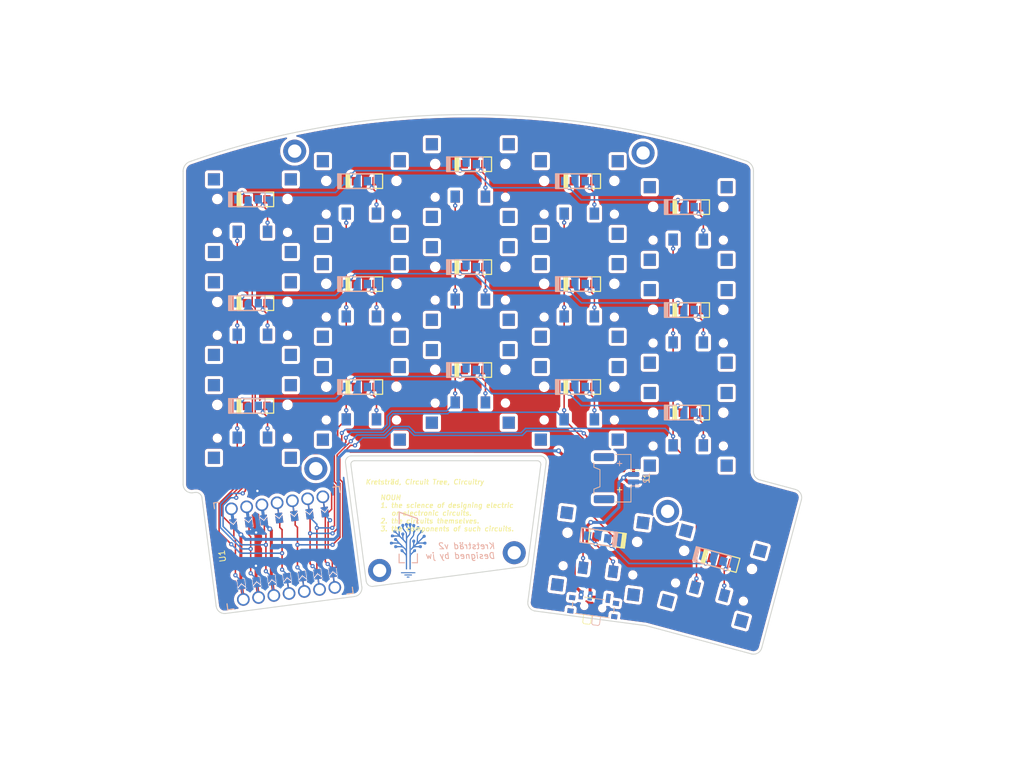
<source format=kicad_pcb>
(kicad_pcb (version 20240108) (generator "pcbnew") (generator_version "8.0")
  (title_block (title "Kretsträd") (company "by JW"))
  (layers (0 "F.Cu" signal) (31 "B.Cu" signal) (34 "B.Paste" user) (35 "F.Paste" user) (36 "B.SilkS" user "B.Silkscreen") (37 "F.SilkS" user "F.Silkscreen") (38 "B.Mask" user) (39 "F.Mask" user) (44 "Edge.Cuts" user))
  (net 0 "")
  (net 1 "row0")
  (net 2 "Net-(D1-A)")
  (net 3 "row1")
  (net 4 "Net-(D2-A)")
  (net 5 "row2")
  (net 6 "Net-(D3-A)")
  (net 7 "row3")
  (net 8 "Net-(D4-A)")
  (net 9 "Net-(D5-A)")
  (net 10 "Net-(D6-A)")
  (net 11 "Net-(D7-A)")
  (net 12 "Net-(D8-A)")
  (net 13 "Net-(D9-A)")
  (net 14 "Net-(D10-A)")
  (net 15 "Net-(D11-A)")
  (net 16 "Net-(D12-A)")
  (net 17 "Net-(D13-A)")
  (net 18 "Net-(D14-A)")
  (net 19 "Net-(D15-A)")
  (net 20 "Net-(D16-A)")
  (net 21 "Net-(D17-A)")
  (net 22 "GND")
  (net 23 "VCC")
  (net 24 "col0")
  (net 25 "col1")
  (net 26 "col2")
  (net 27 "col3")
  (net 28 "col4")
  (net 29 "BT+")
  (net 30 "RAW")
  (footprint "jw_custom_footprints:Diode_SOD123_SMD" (layer "F.Cu") (at 163.05399 79.798281)
    (property "Reference" "D10")
    (property "Value" "D")
  )
  (footprint "jw_custom_footprints:Kailh_PG1316s_reversible" (layer "F.Cu") (at 108.34639 95.208681)
    (property "Reference" "SW12" (hide yes))
    (property "Value" "SW12" (hide yes))
  )
  (footprint "jw_custom_footprints:Diode_SOD123_SMD" (layer "F.Cu") (at 127.05419 72.708281)
    (property "Reference" "D8")
    (property "Value" "D")
  )
  (footprint "MountingHole:MountingHole_2.2mm_M2_ISO14580_Pad" (layer "F.Cu") (at 100.82219 105.995881)
    (property "Reference" "TH3" (hide yes))
    (property "Value" "HOLE")
  )
  (footprint "jw_custom_footprints:Diode_SOD123_SMD" (layer "F.Cu") (at 91.05699 78.665481)
    (property "Reference" "D6")
    (property "Value" "D")
  )
  (footprint "jw_custom_footprints:Kailh_PG1316s_reversible" (layer "F.Cu") (at 126.34619 75.408681)
    (property "Reference" "SW8" (hide yes))
    (property "Value" "SW8" (hide yes))
  )
  (footprint "jw_custom_footprints:Kailh_PG1316s_reversible" (layer "F.Cu") (at 108.34639 78.208681)
    (property "Reference" "SW7" (hide yes))
    (property "Value" "SW7" (hide yes))
  )
  (footprint "jw_custom_footprints:Kailh_PG1316s_reversible" (layer "F.Cu") (at 126.34619 92.408681)
    (property "Reference" "SW13" (hide yes))
    (property "Value" "SW13" (hide yes))
  )
  (footprint "jw_custom_footprints:Diode_SOD123_SMD" (layer "F.Cu") (at 109.05419 92.508281)
    (property "Reference" "D12")
    (property "Value" "D")
  )
  (footprint "jw_custom_footprints:Diode_SOD123_SMD" (layer "F.Cu") (at 109.05419 75.508281)
    (property "Reference" "D7")
    (property "Value" "D")
  )
  (footprint "Button_Switch_SMD:SW_SPDT_PCM12" (layer "F.Cu") (at 146.69459 128.551081 -7.5)
    (property "Reference" "PWR_SW_1" (hide yes))
    (property "Value" "SW_SPDT")
  )
  (footprint "jw_custom_footprints:Kailh_PG1316s_reversible" (layer "F.Cu") (at 108.34639 61.208681)
    (property "Reference" "SW2" (hide yes))
    (property "Value" "SW2" (hide yes))
  )
  (footprint "jw_custom_footprints:Diode_SOD123_SMD" (layer "F.Cu") (at 145.05399 75.508281)
    (property "Reference" "D9")
    (property "Value" "D")
  )
  (footprint "jw_custom_footprints:Kailh_PG1316s_reversible" (layer "F.Cu") (at 90.34659 98.208481)
    (property "Reference" "SW11" (hide yes))
    (property "Value" "SW11" (hide yes))
  )
  (footprint "jw_custom_footprints:Kailh_PG1316s_reversible" (layer "F.Cu") (at 144.34599 61.208481)
    (property "Reference" "SW4" (hide yes))
    (property "Value" "SW4" (hide yes))
  )
  (footprint "jw_custom_footprints:Diode_SOD123_SMD" (layer "F.Cu") (at 163.05399 62.798281)
    (property "Reference" "D5")
    (property "Value" "D")
  )
  (footprint "MountingHole:MountingHole_2.2mm_M2_ISO14580_Pad" (layer "F.Cu") (at 158.93739 113.057081)
    (property "Reference" "TH4" (hide yes))
    (property "Value" "HOLE")
  )
  (footprint "jw_custom_footprints:Diode_SOD123_SMD" (layer "F.Cu") (at 148.768334 117.508785 172.5)
    (property "Reference" "D16")
    (property "Value" "D")
  )
  (footprint "jw_custom_footprints:Kailh_PG1316s_reversible" (layer "F.Cu") (at 126.34619 58.408681)
    (property "Reference" "SW3" (hide yes))
    (property "Value" "SW3" (hide yes))
  )
  (footprint "jw_custom_footprints:Diode_SOD123_SMD" (layer "F.Cu") (at 167.861716 121.253089 -15)
    (property "Reference" "D17")
    (property "Value" "D")
  )
  (footprint "jw_custom_footprints:Diode_SOD123_SMD" (layer "F.Cu") (at 91.05699 95.632681)
    (property "Reference" "D11")
    (property "Value" "D")
  )
  (footprint "jw_custom_footprints:Kailh_PG1316s_reversible" (layer "F.Cu") (at 144.34599 95.208681)
    (property "Reference" "SW14" (hide yes))
    (property "Value" "SW14" (hide yes))
  )
  (footprint "jw_custom_footprints:Kailh_PG1316s_reversible" (layer "F.Cu") (at 144.34599 78.208681)
    (property "Reference" "SW9" (hide yes))
    (property "Value" "SW9" (hide yes))
  )
  (footprint "jw_custom_footprints:Xiao THT jumper pad_hole_1.55mm" (layer "F.Cu") (at 95.259726 119.141085 97.5)
    (property "Reference" "U1")
    (property "Value" "SeeeduinoXIAO")
  )
  (footprint "MountingHole:MountingHole_2.2mm_M2_ISO14580_Pad" (layer "F.Cu") (at 97.3328 53.5432)
    (property "Reference" "TH1" (hide yes))
    (property "Value" "HOLE")
  )
  (footprint "jw_custom_footprints:Diode_SOD123_SMD" (layer "F.Cu") (at 109.05419 58.509081)
    (property "Reference" "D2")
    (property "Value" "D")
  )
  (footprint "jw_custom_footprints:Kailh_PG1316s_reversible" (layer "F.Cu") (at 90.34659 81.208481)
    (property "Reference" "SW6" (hide yes))
    (property "Value" "SW6" (hide yes))
  )
  (footprint "jw_custom_footprints:Diode_SOD123_SMD" (layer "F.Cu") (at 127.05419 89.708281)
    (property "Reference" "D13")
    (property "Value" "D")
  )
  (footprint "jw_custom_footprints:Kailh_PG1316s_reversible" (layer "F.Cu") (at 90.34659 64.208681)
    (property "Reference" "SW1" (hide yes))
    (property "Value" "SW1" (hide yes))
  )
  (footprint "jw_custom_footprints:Diode_SOD123_SMD" (layer "F.Cu") (at 127.05419 55.709081)
    (property "Reference" "D3")
    (property "Value" "D")
  )
  (footprint "Connector_Molex:Molex_Panelmate_53780-0270_1x02-1MP_P1.25mm_Horizontal" (layer "F.Cu") (at 150.50939 107.570681 -90)
    (property "Reference" "J1")
    (property "Value" "Conn_01x02_Female")
  )
  (footprint "jw_custom_footprints:Kailh_PG1316s_reversible" (layer "F.Cu") (at 162.34579 99.498281)
    (property "Reference" "SW15" (hide yes))
    (property "Value" "SW15" (hide yes))
  )
  (footprint "MountingHole:MountingHole_2.2mm_M2_ISO14580_Pad" (layer "F.Cu") (at 154.894 53.848)
    (property "Reference" "TH2" (hide yes))
    (property "Value" "HOLE")
  )
  (footprint "jw_custom_footprints:Kailh_PG1316s_reversible" (layer "F.Cu") (at 166.568974 123.725067 -15)
    (property "Reference" "SW17" (hide yes))
    (property "Value" "SW17" (hide yes))
  )
  (footprint "MountingHole:MountingHole_2.2mm_M2_ISO14580_Pad" (layer "F.Cu") (at 133.604 119.888 7.5)
    (property "Reference" "Batt_Hole_2" (hide yes))
    (property "Value" "HOLE")
  )
  (footprint "jw_custom_footprints:Kailh_PG1316s_reversible" (layer "F.Cu") (at 147.793733 120.065297 -7.5)
    (property "Reference" "SW16" (hide yes))
    (property "Value" "SW16" (hide yes))
  )
  (footprint "jw_custom_footprints:Diode_SOD123_SMD" (layer "F.Cu") (at 145.05399 58.508081)
    (property "Reference" "D4")
    (property "Value" "D")
  )
  (footprint "jw_custom_footprints:Diode_SOD123_SMD" (layer "F.Cu") (at 145.05399 92.508281)
    (property "Reference" "D14")
    (property "Value" "D")
  )
  (footprint "MountingHole:MountingHole_2.2mm_M2_ISO14580_Pad" (layer "F.Cu") (at 111.363786 122.81598 7.5)
    (property "Reference" "Batt_Hole_1" (hide yes))
    (property "Value" "HOLE")
  )
  (footprint "jw_custom_footprints:Diode_SOD123_SMD" (layer "F.Cu") (at 163.05399 96.742281)
    (property "Reference" "D15")
    (property "Value" "D")
  )
  (footprint "jw_custom_footprints:Diode_SOD123_SMD" (layer "F.Cu") (at 91.05699 61.509081)
    (property "Reference" "D1")
    (property "Value" "D")
  )
  (footprint "jw_custom_footprints:Kailh_PG1316s_reversible" (layer "F.Cu") (at 162.34579 65.498281)
    (property "Reference" "SW5" (hide yes))
    (property "Value" "SW5" (hide yes))
  )
  (footprint "jw_custom_footprints:Kailh_PG1316s_reversible" (layer "F.Cu") (at 162.34579 82.498281)
    (property "Reference" "SW10" (hide yes))
    (property "Value" "SW10" (hide yes))
  )
  (footprint "jw_custom_footprints:Diode_SOD123_SMD" (layer "B.Cu") (at 107.65299 92.508281)
    (property "Reference" "Da12")
    (property "Value" "D")
  )
  (footprint "jw_custom_footprints:Diode_SOD123_SMD" (layer "B.Cu") (at 161.62599 79.798281)
    (property "Reference" "Da10")
    (property "Value" "D")
  )
  (footprint "jw_custom_footprints:Diode_SOD123_SMD" (layer "B.Cu") (at 161.62599 96.742281)
    (property "Reference" "Da15")
    (property "Value" "D")
  )
  (footprint "jw_custom_footprints:Diode_SOD123_SMD" (layer "B.Cu") (at 125.64359 55.709081)
    (property "Reference" "Da3")
    (property "Value" "D")
  )
  (footprint "jw_custom_footprints:Diode_SOD123_SMD" (layer "B.Cu") (at 143.63079 75.508281)
    (property "Reference" "Da9")
    (property "Value" "D")
  )
  (footprint "jw_custom_footprints:Diode_SOD123_SMD" (layer "B.Cu") (at 89.63419 78.665481)
    (property "Reference" "Da6")
    (property "Value" "D")
  )
  (footprint "jw_custom_image:circuit_tree_f.cu_3_10mm" (layer "B.Cu") (at 115.829397 118.3894 180)
    (property "Reference" "G***")
    (property "Value" "circuit_tree_f.cu_3_10mm" (hide yes))
  )
  (footprint "Button_Switch_SMD:SW_SPDT_PCM12" (layer "B.Cu") (at 146.69459 128.551081 172.5)
    (property "Reference" "PWR_SW_2" (hide yes))
    (property "Value" "SW_SPDT")
  )
  (footprint "jw_custom_footprints:Diode_SOD123_SMD" (layer "B.Cu") (at 125.64359 72.708281)
    (property "Reference" "Da8")
    (property "Value" "D")
  )
  (footprint "jw_custom_footprints:Diode_SOD123_SMD" (layer "B.Cu") (at 143.63079 58.508081)
    (property "Reference" "Da4")
    (property "Value" "D")
  )
  (footprint "jw_custom_footprints:Diode_SOD123_SMD" (layer "B.Cu") (at 125.64359 89.708281)
    (property "Reference" "Da13")
    (property "Value" "D")
  )
  (footprint "jw_custom_footprints:Diode_SOD123_SMD" (layer "B.Cu") (at 143.63079 92.508281)
    (property "Reference" "Da14")
    (property "Value" "D")
  )
  (footprint "Connector_Molex:Molex_Panelmate_53780-0270_1x02-1MP_P1.25mm_Horizontal" (layer "B.Cu") (at 150.50939 107.570681 90)
    (property "Reference" "J2")
    (property "Value" "Conn_01x02_Female")
  )
  (footprint "jw_custom_footprints:Diode_SOD123_SMD" (layer "B.Cu") (at 147.364046 117.317577 172.5)
    (property "Reference" "Da16")
    (property "Value" "D")
  )
  (footprint "jw_custom_footprints:Diode_SOD123_SMD" (layer "B.Cu") (at 107.65299 75.508281)
    (property "Reference" "Da7")
    (property "Value" "D")
  )
  (footprint "jw_custom_footprints:Diode_SOD123_SMD" (layer "B.Cu") (at 89.63419 95.632681)
    (property "Reference" "Da11")
    (property "Value" "D")
  )
  (footprint "jw_custom_footprints:Diode_SOD123_SMD" (layer "B.Cu") (at 89.63419 61.509081)
    (property "Reference" "Da1")
    (property "Value" "D")
  )
  (footprint "jw_custom_footprints:Diode_SOD123_SMD" (layer "B.Cu") (at 107.65299 58.509081)
    (property "Reference" "Da2")
    (property "Value" "D")
  )
  (footprint "jw_custom_footprints:Diode_SOD123_SMD" (layer "B.Cu") (at 166.472264 120.888473 -15)
    (property "Reference" "Da17")
    (property "Value" "D")
  )
  (footprint "jw_custom_footprints:Diode_SOD123_SMD" (layer "B.Cu") (at 161.62599 62.798281)
    (property "Reference" "Da5")
    (property "Value" "D")
  )
  (gr_arc (start 108.426587 125.548064) (mid 108.149197 126.582982) (end 107.221283 127.118683) (stroke (width 0.15)) (layer "Edge.Cuts"))
  (gr_arc (start 135.886464 121.326406) (mid 135.602088 121.902885) (end 135.025567 122.187162) (stroke (width 0.15)) (layer "Edge.Cuts"))
  (gr_line (start 137.057564 129.52277) (end 155.252729 131.918209) (stroke (width 0.15)) (layer "Edge.Cuts"))
  (gr_line (start 173.128112 56.858591) (end 173.128112 106.502087) (stroke (width 0.15)) (layer "Edge.Cuts"))
  (gr_line (start 80.886919 109.929828) (end 80.487185 109.982454) (stroke (width 0.15)) (layer "Edge.Cuts"))
  (gr_line (start 155.432339 131.953936) (end 172.77345 136.600472) (stroke (width 0.15)) (layer "Edge.Cuts"))
  (gr_arc (start 171.8564 55.1434) (mid 172.77909 55.788325) (end 173.128112 56.858591) (stroke (width 0.15)) (layer "Edge.Cuts"))
  (gr_line (start 107.211769 104.686) (end 137.395718 104.686) (stroke (width 0.15)) (layer "Edge.Cuts"))
  (gr_arc (start 155.252729 131.918209) (mid 155.343119 131.933132) (end 155.432339 131.953936) (stroke (width 0.15)) (layer "Edge.Cuts"))
  (gr_line (start 181.043189 111.14657) (end 174.488093 135.610523) (stroke (width 0.15)) (layer "Edge.Cuts"))
  (gr_line (start 82.008945 110.791165) (end 84.361052 128.715613) (stroke (width 0.15)) (layer "Edge.Cuts"))
  (gr_line (start 110.269384 125.446376) (end 135.025567 122.187162) (stroke (width 0.15)) (layer "Edge.Cuts"))
  (gr_arc (start 80.886919 109.929828) (mid 81.626352 110.128081) (end 82.008945 110.791165) (stroke (width 0.15)) (layer "Edge.Cuts"))
  (gr_arc (start 105.725668 105.016526) (mid 105.965272 104.226649) (end 106.717112 103.886) (stroke (width 0.15)) (layer "Edge.Cuts"))
  (gr_arc (start 80.164858 55.2196) (mid 126.004242 47.495858) (end 171.8564 55.1434) (stroke (width 0.15)) (layer "Edge.Cuts"))
  (gr_line (start 109.147413 124.585457) (end 106.616902 105.364316) (stroke (width 0.15)) (layer "Edge.Cuts"))
  (gr_line (start 106.717112 103.886) (end 137.880093 103.888558) (stroke (width 0.15)) (layer "Edge.Cuts"))
  (gr_line (start 137.990572 105.364414) (end 135.886464 121.326406) (stroke (width 0.15)) (layer "Edge.Cuts"))
  (gr_line (start 105.725668 105.016526) (end 108.426587 125.548064) (stroke (width 0.15)) (layer "Edge.Cuts"))
  (gr_arc (start 174.165765 107.854383) (mid 173.417407 107.354356) (end 173.128112 106.502087) (stroke (width 0.15)) (layer "Edge.Cuts"))
  (gr_arc (start 137.880093 103.888558) (mid 138.631878 104.229243) (end 138.871456 105.019084) (stroke (width 0.15)) (layer "Edge.Cuts"))
  (gr_arc (start 137.395718 104.686) (mid 137.846855 104.89043) (end 137.990572 105.364414) (stroke (width 0.15)) (layer "Edge.Cuts"))
  (gr_arc (start 137.057564 129.52277) (mid 136.129606 128.987013) (end 135.852279 127.95201) (stroke (width 0.15)) (layer "Edge.Cuts"))
  (gr_line (start 78.904448 56.858591) (end 78.904448 108.594431) (stroke (width 0.15)) (layer "Edge.Cuts"))
  (gr_line (start 138.871456 105.019084) (end 135.852279 127.95201) (stroke (width 0.15)) (layer "Edge.Cuts"))
  (gr_line (start 85.931889 129.921485) (end 107.221283 127.118683) (stroke (width 0.15)) (layer "Edge.Cuts"))
  (gr_arc (start 110.269384 125.446376) (mid 109.530096 125.248284) (end 109.147413 124.585457) (stroke (width 0.15)) (layer "Edge.Cuts"))
  (gr_arc (start 80.487185 109.982454) (mid 79.381364 109.647007) (end 78.904448 108.594431) (stroke (width 0.15)) (layer "Edge.Cuts"))
  (gr_arc (start 78.904448 56.858591) (mid 79.253843 55.823144) (end 80.164858 55.2196) (stroke (width 0.15)) (layer "Edge.Cuts"))
  (gr_arc (start 174.488093 135.610523) (mid 173.835801 136.460624) (end 172.77345 136.600472) (stroke (width 0.15)) (layer "Edge.Cuts"))
  (gr_line (start 174.165765 107.854383) (end 180.05324 109.431926) (stroke (width 0.15)) (layer "Edge.Cuts"))
  (gr_arc (start 106.616902 105.364316) (mid 106.760664 104.890382) (end 107.211769 104.686) (stroke (width 0.15)) (layer "Edge.Cuts"))
  (gr_arc (start 85.931889 129.921485) (mid 84.896692 129.643954) (end 84.361052 128.715613) (stroke (width 0.15)) (layer "Edge.Cuts"))
  (gr_arc (start 180.05324 109.431926) (mid 180.903321 110.084222) (end 181.043189 111.14657) (stroke (width 0.15)) (layer "Edge.Cuts"))
  (gr_text "Kretsträd v2\nDesigned by jw" (at 130.556 119.5832 0) (layer "B.SilkS") (effects (font (size 1 1) (thickness 0.15) (italic yes)) (justify left mirror)))
  (gr_text "+" (at 151.003 105.22 180) (layer "B.SilkS") (effects (font (size 1 1))))
  (gr_text "Kretsträd, Circuit Tree, Circuitry\n\n    NOUN\n    1. the science of designing electric \n       or electronic circuits.\n    2. the circuits themselves.\n    3. the components of such circuits." (at 108.966 112.0648 0) (layer "F.SilkS") (effects (font (size 0.8 0.8) (thickness 0.15) (italic yes)) (justify left)))
  (gr_text "+" (at 151.003 109.411 0) (layer "F.SilkS") (effects (font (size 1 1)) (justify mirror)))
  (segment (start 106.63879 57.431081) (end 106.63879 57.793681) (width 0.25) (layer "F.Cu") (net 1))
  (segment (start 124.64739 56.415881) (end 125.35419 55.709081) (width 0.25) (layer "F.Cu") (net 1))
  (segment (start 88.753284 110.081375) (end 89.19659 109.638069) (width 0.25) (layer "F.Cu") (net 1))
  (segment (start 89.35699 61.155081) (end 89.35699 61.509081) (width 0.25) (layer "F.Cu") (net 1))
  (segment (start 90.059735 123.272995) (end 90.060235 123.273495) (width 0.25) (layer "F.Cu") (net 1))
  (segment (start 124.64739 56.770681) (end 124.64739 56.415881) (width 0.25) (layer "F.Cu") (net 1))
  (segment (start 90.059735 119.254681) (end 90.060235 119.254181) (width 0.25) (layer "F.Cu") (net 1))
  (segment (start 160.63919 62.083481) (end 161.35399 62.798281) (width 0.25) (layer "F.Cu") (net 1))
  (segment (start 142.65599 59.590081) (end 142.65599 59.206081) (width 0.25) (layer "F.Cu") (net 1))
  (segment (start 90.060235 117.235541) (end 89.790347 116.965653) (width 0.25) (layer "F.Cu") (net 1))
  (segment (start 90.31759 78.990685) (end 90.31759 62.469681) (width 0.25) (layer "F.Cu") (net 1))
  (segment (start 88.64289 60.440981) (end 89.35699 61.155081) (width 0.25) (layer "F.Cu") (net 1))
  (segment (start 90.80739 79.480485) (end 90.31759 78.990685) (width 0.25) (layer "F.Cu") (net 1))
  (segment (start 90.059735 119.254681) (end 90.059735 123.272995) (width 0.25) (layer "F.Cu") (net 1))
  (segment (start 90.31759 62.469681) (end 89.35699 61.509081) (width 0.25) (layer "F.Cu") (net 1))
  (segment (start 89.790347 115.407106) (end 89.8039 115.393553) (width 0.25) (layer "F.Cu") (net 1))
  (segment (start 160.63919 61.596681) (end 160.63919 62.083481) (width 0.25) (layer "F.Cu") (net 1))
  (segment (start 142.65599 59.206081) (end 143.35399 58.508081) (width 0.25) (layer "F.Cu") (net 1))
  (segment (start 90.80739 101.595473) (end 90.80739 79.480485) (width 0.25) (layer "F.Cu") (net 1))
  (segment (start 106.63879 57.793681) (end 107.35419 58.509081) (width 0.25) (layer "F.Cu") (net 1))
  (segment (start 90.060235 119.254181) (end 90.060235 117.235541) (width 0.25) (layer "F.Cu") (net 1))
  (segment (start 89.19659 103.206273) (end 90.80739 101.595473) (width 0.25) (layer "F.Cu") (net 1))
  (segment (start 89.790347 116.965653) (end 89.790347 115.407106) (width 0.25) (layer "F.Cu") (net 1))
  (segment (start 89.19659 109.638069) (end 89.19659 103.206273) (width 0.25) (layer "F.Cu") (net 1))
  (via (at 88.64289 60.440981) (size 0.7) (drill 0.3) (layers "F.Cu" "B.Cu") (net 1))
  (via (at 160.63919 61.596681) (size 0.7) (drill 0.3) (layers "F.Cu" "B.Cu") (net 1))
  (via (at 124.64739 56.770681) (size 0.7) (drill 0.3) (layers "F.Cu" "B.Cu") (net 1))
  (via (at 88.753284 110.081375) (size 0.7) (drill 0.3) (layers "F.Cu" "B.Cu") (net 1))
  (via (at 142.65599 59.590081) (size 0.7) (drill 0.3) (layers "F.Cu" "B.Cu") (net 1))
  (via (at 90.060235 123.273495) (size 0.7) (drill 0.3) (layers "F.Cu" "B.Cu") (net 1))
  (via (at 106.63879 57.431081) (size 0.7) (drill 0.3) (layers "F.Cu" "B.Cu") (net 1))
  (via (at 90.059735 119.254681) (size 0.7) (drill 0.3) (layers "F.Cu" "B.Cu") (net 1))
  (segment (start 88.64289 60.440981) (end 87.93419 61.149681) (width 0.25) (layer "B.Cu") (net 1))
  (segment (start 85.053884 111.879609) (end 85.053884 115.730571) (width 0.25) (layer "B.Cu") (net 1))
  (segment (start 144.66259 61.596681) (end 142.65599 59.590081) (width 0.25) (layer "B.Cu") (net 1))
  (segment (start 106.63879 57.431081) (end 107.29919 56.770681) (width 0.25) (layer "B.Cu") (net 1))
  (segment (start 85.053884 115.730571) (end 88.577994 119.254681) (width 0.25) (layer "B.Cu") (net 1))
  (segment (start 141.93079 58.508081) (end 142.65599 59.233281) (width 0.25) (layer "B.Cu") (net 1))
  (segment (start 88.64289 60.440981) (end 88.70639 60.377481) (width 0.25) (layer "B.Cu") (net 1))
  (segment (start 160.63919 61.596681) (end 160.63919 62.085081) (width 0.25) (layer "B.Cu") (net 1))
  (segment (start 90.060235 123.273495) (end 90.959735 124.172995) (width 0.25) (layer "B.Cu") (net 1))
  (segment (start 107.29919 56.770681) (end 124.64739 56.770681) (width 0.25) (layer "B.Cu") (net 1))
  (segment (start 87.93419 61.149681) (end 87.93419 61.509081) (width 0.25) (layer "B.Cu") (net 1))
  (segment (start 105.95299 58.509081) (end 106.63879 57.823281) (width 0.25) (layer "B.Cu") (net 1))
  (segment (start 88.753284 110.081375) (end 86.852118 110.081375) (width 0.25) (layer "B.Cu") (net 1))
  (segment (start 104.08459 60.377481) (end 105.95299 58.509081) (width 0.25) (layer "B.Cu") (net 1))
  (segment (start 142.65599 59.233281) (end 142.65599 59.590081) (width 0.25) (layer "B.Cu") (net 1))
  (segment (start 86.852118 110.081375) (end 85.053884 111.879609) (width 0.25) (layer "B.Cu") (net 1))
  (segment (start 124.64739 56.412881) (end 124.64739 56.770681) (width 0.25) (layer "B.Cu") (net 1))
  (segment (start 142.65599 59.590081) (end 129.90519 59.590081) (width 0.25) (layer "B.Cu") (net 1))
  (segment (start 160.63919 62.085081) (end 159.92599 62.798281) (width 0.25) (layer "B.Cu") (net 1))
  (segment (start 160.63919 61.596681) (end 144.66259 61.596681) (width 0.25) (layer "B.Cu") (net 1))
  (segment (start 88.70639 60.377481) (end 104.08459 60.377481) (width 0.25) (layer "B.Cu") (net 1))
  (segment (start 88.577994 119.254681) (end 90.059735 119.254681) (width 0.25) (layer "B.Cu") (net 1))
  (segment (start 127.08579 56.770681) (end 124.64739 56.770681) (width 0.25) (layer "B.Cu") (net 1))
  (segment (start 123.94359 55.709081) (end 124.64739 56.412881) (width 0.25) (layer "B.Cu") (net 1))
  (segment (start 129.90519 59.590081) (end 127.08579 56.770681) (width 0.25) (layer "B.Cu") (net 1))
  (segment (start 106.63879 57.823281) (end 106.63879 57.431081) (width 0.25) (layer "B.Cu") (net 1))
  (segment (start 92.84659 63.323881) (end 92.84659 65.355881) (width 0.25) (layer "F.Cu") (net 2))
  (segment (start 92.84659 66.858681) (end 92.84659 65.355881) (width 0.25) (layer "F.Cu") (net 2))
  (segment (start 92.05919 62.536481) (end 92.05919 62.206881) (width 0.25) (layer "F.Cu") (net 2))
  (segment (start 92.05919 62.536481) (end 92.84659 63.323881) (width 0.25) (layer "F.Cu") (net 2))
  (segment (start 92.05919 62.206881) (end 92.75699 61.509081) (width 0.25) (layer "F.Cu") (net 2))
  (via (at 92.84659 65.355881) (size 0.7) (drill 0.3) (layers "F.Cu" "B.Cu") (net 2))
  (via (at 92.05919 62.536481) (size 0.7) (drill 0.3) (layers "F.Cu" "B.Cu") (net 2))
  (segment (start 92.05919 62.234081) (end 91.33419 61.509081) (width 0.25) (layer "B.Cu") (net 2))
  (segment (start 92.84659 66.858681) (end 92.84659 65.355881) (width 0.25) (layer "B.Cu") (net 2))
  (segment (start 92.05919 62.536481) (end 92.05919 62.234081) (width 0.25) (layer "B.Cu") (net 2))
  (segment (start 142.65599 76.582681) (end 142.65599 76.206281) (width 0.25) (layer "F.Cu") (net 3))
  (segment (start 124.64739 73.415081) (end 125.35419 72.708281) (width 0.25) (layer "F.Cu") (net 3))
  (segment (start 90.35739 79.666881) (end 89.35599 78.665481) (width 0.25) (layer "F.Cu") (net 3))
  (segment (start 160.63919 78.614681) (end 160.63919 79.083481) (width 0.25) (layer "F.Cu") (net 3))
  (segment (start 92.322169 116.502969) (end 92.322169 115.062016) (width 0.25) (layer "F.Cu") (net 3))
  (segment (start 160.63919 79.083481) (end 161.35399 79.798281) (width 0.25) (layer "F.Cu") (net 3))
  (segment (start 92.578005 116.759805) (end 92.578505 116.759305) (width 0.25) (layer "F.Cu") (net 3))
  (segment (start 88.74659 103.019877) (end 90.35739 101.409077) (width 0.25) (layer "F.Cu") (net 3))
  (segment (start 106.63879 74.449081) (end 106.63879 74.792881) (width 0.25) (layer "F.Cu") (net 3))
  (segment (start 92.578505 116.759305) (end 92.322169 116.502969) (width 0.25) (layer "F.Cu") (net 3))
  (segment (start 106.63879 74.792881) (end 107.35419 75.508281) (width 0.25) (layer "F.Cu") (net 3))
  (segment (start 142.65599 76.206281) (end 143.35399 75.508281) (width 0.25) (layer "F.Cu") (net 3))
  (segment (start 88.65559 77.964081) (end 89.35699 78.665481) (width 0.25) (layer "F.Cu") (net 3))
  (segment (start 124.64739 73.788681) (end 124.64739 73.415081) (width 0.25) (layer "F.Cu") (net 3))
  (segment (start 92.578505 118.580381) (end 92.578505 122.936) (width 0.25) (layer "F.Cu") (net 3))
  (segment (start 87.672388 110.207675) (end 88.74659 109.133473) (width 0.25) (layer "F.Cu") (net 3))
  (segment (start 87.672388 110.803879) (end 87.672388 110.207675) (width 0.25) (layer "F.Cu") (net 3))
  (segment (start 88.74659 109.133473) (end 88.74659 103.019877) (width 0.25) (layer "F.Cu") (net 3))
  (segment (start 88.65559 77.598681) (end 88.65559 77.964081) (width 0.25) (layer "F.Cu") (net 3))
  (segment (start 92.578005 118.579881) (end 92.578505 118.580381) (width 0.25) (layer "F.Cu") (net 3))
  (segment (start 92.578005 118.579881) (end 92.578005 116.759805) (width 0.25) (layer "F.Cu") (net 3))
  (segment (start 90.35739 101.409077) (end 90.35739 79.666881) (width 0.25) (layer "F.Cu") (net 3))
  (via (at 142.65599 76.582681) (size 0.7) (drill 0.3) (layers "F.Cu" "B.Cu") (net 3))
  (via (at 106.63879 74.449081) (size 0.7) (drill 0.3) (layers "F.Cu" "B.Cu") (net 3))
  (via (at 87.672388 110.803879) (size 0.7) (drill 0.3) (layers "F.Cu" "B.Cu") (net 3))
  (via (at 88.65559 77.598681) (size 0.7) (drill 0.3) (layers "F.Cu" "B.Cu") (net 3))
  (via (at 124.64739 73.788681) (size 0.7) (drill 0.3) (layers "F.Cu" "B.Cu") (net 3))
  (via (at 92.578505 122.936) (size 0.7) (drill 0.3) (layers "F.Cu" "B.Cu") (net 3))
  (via (at 160.63919 78.614681) (size 0.7) (drill 0.3) (layers "F.Cu" "B.Cu") (net 3))
  (via (at 92.578005 118.579881) (size 0.7) (drill 0.3) (layers "F.Cu" "B.Cu") (net 3))
  (segment (start 104.09119 77.370081) (end 105.95299 75.508281) (width 0.25) (layer "B.Cu") (net 3))
  (segment (start 124.64739 73.412081) (end 124.64739 73.788681) (width 0.25) (layer "B.Cu") (net 3))
  (segment (start 160.63919 78.614681) (end 160.63919 79.085081) (width 0.25) (layer "B.Cu") (net 3))
  (segment (start 86.76601 110.803879) (end 87.672388 110.803879) (width 0.25) (layer "B.Cu") (net 3))
  (segment (start 92.578505 122.941959) (end 93.478005 123.841459) (width 0.25) (layer "B.Cu") (net 3))
  (segment (start 92.578005 118.579881) (end 88.53959 118.579881) (width 0.25) (layer "B.Cu") (net 3))
  (segment (start 106.63879 74.822481) (end 106.63879 74.449081) (width 0.25) (layer "B.Cu") (net 3))
  (segment (start 129.85439 76.582681) (end 127.06039 73.788681) (width 0.25) (layer "B.Cu") (net 3))
  (segment (start 88.53959 118.579881) (end 85.503884 115.544175) (width 0.25) (layer "B.Cu") (net 3))
  (segment (start 142.65599 76.582681) (end 129.85439 76.582681) (width 0.25) (layer "B.Cu") (net 3))
  (segment (start 106.63879 74.449081) (end 107.29919 73.788681) (width 0.25) (layer "B.Cu") (net 3))
  (segment (start 144.68799 78.614681) (end 142.65599 76.582681) (width 0.25) (layer "B.Cu") (net 3))
  (segment (start 107.29919 73.788681) (end 124.64739 73.788681) (width 0.25) (layer "B.Cu") (net 3))
  (segment (start 127.06039 73.788681) (end 124.64739 73.788681) (width 0.25) (layer "B.Cu") (net 3))
  (segment (start 88.65559 77.598681) (end 88.88419 77.370081) (width 0.25) (layer "B.Cu") (net 3))
  (segment (start 105.95299 75.508281) (end 106.63879 74.822481) (width 0.25) (layer "B.Cu") (net 3))
  (segment (start 88.65559 77.944081) (end 87.93419 78.665481) (width 0.25) (layer "B.Cu") (net 3))
  (segment (start 92.578505 122.936) (end 92.578505 122.941959) (width 0.25) (layer "B.Cu") (net 3))
  (segment (start 88.65559 77.598681) (end 88.65559 77.944081) (width 0.25) (layer "B.Cu") (net 3))
  (segment (start 160.63919 78.614681) (end 144.68799 78.614681) (width 0.25) (layer "B.Cu") (net 3))
  (segment (start 123.94359 72.708281) (end 124.64739 73.412081) (width 0.25) (layer "B.Cu") (net 3))
  (segment (start 85.503884 112.066005) (end 86.76601 110.803879) (width 0.25) (layer "B.Cu") (net 3))
  (segment (start 88.88419 77.370081) (end 104.09119 77.370081) (width 0.25) (layer "B.Cu") (net 3))
  (segment (start 85.503884 115.544175) (end 85.503884 112.066005) (width 0.25) (layer "B.Cu") (net 3))
  (segment (start 160.63919 79.085081) (end 159.92599 79.798281) (width 0.25) (layer "B.Cu") (net 3))
  (segment (start 142.65599 76.233481) (end 142.65599 76.582681) (width 0.25) (layer "B.Cu") (net 3))
  (segment (start 141.93079 75.508281) (end 142.65599 76.233481) (width 0.25) (layer "B.Cu") (net 3))
  (segment (start 110.06779 59.564681) (end 110.06779 59.195481) (width 0.25) (layer "F.Cu") (net 4))
  (segment (start 110.84639 60.343281) (end 110.06779 59.564681) (width 0.25) (layer "F.Cu") (net 4))
  (segment (start 110.06779 59.195481) (end 110.75419 58.509081) (width 0.25) (layer "F.Cu") (net 4))
  (segment (start 110.84639 63.858681) (end 110.84639 62.358681) (width 0.25) (layer "F.Cu") (net 4))
  (segment (start 110.84639 62.358681) (end 110.84639 60.343281) (width 0.25) (layer "F.Cu") (net 4))
  (via (at 110.06779 59.564681) (size 0.7) (drill 0.3) (layers "F.Cu" "B.Cu") (net 4))
  (via (at 110.84639 62.358681) (size 0.7) (drill 0.3) (layers "F.Cu" "B.Cu") (net 4))
  (segment (start 110.84639 63.858681) (end 110.84639 62.358681) (width 0.25) (layer "B.Cu") (net 4))
  (segment (start 109.35299 58.509081) (end 110.06779 59.223881) (width 0.25) (layer "B.Cu") (net 4))
  (segment (start 110.06779 59.223881) (end 110.06779 59.564681) (width 0.25) (layer "B.Cu") (net 4))
  (segment (start 88.29659 102.833481) (end 89.35599 101.774081) (width 0.25) (layer "F.Cu") (net 5))
  (segment (start 160.61379 96.002081) (end 161.35399 96.742281) (width 0.25) (layer "F.Cu") (net 5))
  (segment (start 85.29559 113.735049) (end 85.29559 111.948077) (width 0.25) (layer "F.Cu") (net 5))
  (segment (start 87.541965 117.633056) (end 87.28563 117.376721) (width 0.25) (layer "F.Cu") (net 5))
  (segment (start 87.28563 115.725089) (end 85.29559 113.735049) (width 0.25) (layer "F.Cu") (net 5))
  (segment (start 160.61379 95.581881) (end 160.61379 96.002081) (width 0.25) (layer "F.Cu") (net 5))
  (segment (start 88.29659 108.947077) (end 88.29659 102.833481) (width 0.25) (layer "F.Cu") (net 5))
  (segment (start 89.35599 101.774081) (end 89.35599 95.632681) (width 0.25) (layer "F.Cu") (net 5))
  (segment (start 88.65559 94.931281) (end 89.35699 95.632681) (width 0.25) (layer "F.Cu") (net 5))
  (segment (start 142.65599 93.600681) (end 142.65599 93.206281) (width 0.25) (layer "F.Cu") (net 5))
  (segment (start 87.541965 123.605032) (end 87.541965 117.633056) (width 0.25) (layer "F.Cu") (net 5))
  (segment (start 88.65559 94.591281) (end 88.65559 94.931281) (width 0.25) (layer "F.Cu") (net 5))
  (segment (start 85.29559 111.948077) (end 88.29659 108.947077) (width 0.25) (layer "F.Cu") (net 5))
  (segment (start 106.63879 91.792881) (end 107.35419 92.508281) (width 0.25) (layer "F.Cu") (net 5))
  (segment (start 87.28563 117.376721) (end 87.28563 115.725089) (width 0.25) (layer "F.Cu") (net 5))
  (segment (start 106.63879 91.441681) (end 106.63879 91.792881) (width 0.25) (layer "F.Cu") (net 5))
  (segment (start 142.65599 93.206281) (end 143.35399 92.508281) (width 0.25) (layer "F.Cu") (net 5))
  (segment (start 124.64739 90.781281) (end 124.64739 90.415081) (width 0.25) (layer "F.Cu") (net 5))
  (segment (start 124.64739 90.415081) (end 125.35419 89.708281) (width 0.25) (layer "F.Cu") (net 5))
  (via (at 124.64739 90.781281) (size 0.7) (drill 0.3) (layers "F.Cu" "B.Cu") (net 5))
  (via (at 88.65559 94.591281) (size 0.7) (drill 0.3) (layers "F.Cu" "B.Cu") (net 5))
  (via (at 160.61379 95.581881) (size 0.7) (drill 0.3) (layers "F.Cu" "B.Cu") (net 5))
  (via (at 106.63879 91.441681) (size 0.7) (drill 0.3) (layers "F.Cu" "B.Cu") (net 5))
  (via (at 142.65599 93.600681) (size 0.7) (drill 0.3) (layers "F.Cu" "B.Cu") (net 5))
  (via (at 87.541965 123.605032) (size 0.7) (drill 0.3) (layers "F.Cu" "B.Cu") (net 5))
  (segment (start 142.65599 93.600681) (end 129.851585 93.600681) (width 0.25) (layer "B.Cu") (net 5))
  (segment (start 160.61379 96.054481) (end 160.61379 95.581881) (width 0.25) (layer "B.Cu") (net 5))
  (segment (start 88.83339 94.413481) (end 104.04779 94.413481) (width 0.25) (layer "B.Cu") (net 5))
  (segment (start 144.63719 95.581881) (end 160.61379 95.581881) (width 0.25) (layer "B.Cu") (net 5))
  (segment (start 105.95299 92.508281) (end 106.63879 91.822481) (width 0.25) (layer "B.Cu") (net 5))
  (segment (start 88.65559 94.591281) (end 88.83339 94.413481) (width 0.25) (layer "B.Cu") (net 5))
  (segment (start 127.032185 90.781281) (end 124.64739 90.781281) (width 0.25) (layer "B.Cu") (net 5))
  (segment (start 106.63879 91.822481) (end 106.63879 91.441681) (width 0.25) (layer "B.Cu") (net 5))
  (segment (start 87.93419 95.632681) (end 88.65559 94.911281) (width 0.25) (layer "B.Cu") (net 5))
  (segment (start 104.04779 94.413481) (end 105.95299 92.508281) (width 0.25) (layer "B.Cu") (net 5))
  (segment (start 88.65559 94.911281) (end 88.65559 94.591281) (width 0.25) (layer "B.Cu") (net 5))
  (segment (start 142.65599 93.600681) (end 144.63719 95.581881) (width 0.25) (layer "B.Cu") (net 5))
  (segment (start 123.94359 89.708281) (end 124.64739 90.412081) (width 0.25) (layer "B.Cu") (net 5))
  (segment (start 87.541965 123.605032) (end 88.441465 124.504532) (width 0.25) (layer "B.Cu") (net 5))
  (segment (start 129.851585 93.600681) (end 127.032185 90.781281) (width 0.25) (layer "B.Cu") (net 5))
  (segment (start 159.92599 96.742281) (end 160.61379 96.054481) (width 0.25) (layer "B.Cu") (net 5))
  (segment (start 106.63879 91.441681) (end 107.29919 90.781281) (width 0.25) (layer "B.Cu") (net 5))
  (segment (start 142.65599 93.233481) (end 142.65599 93.600681) (width 0.25) (layer "B.Cu") (net 5))
  (segment (start 124.64739 90.412081) (end 124.64739 90.781281) (width 0.25) (layer "B.Cu") (net 5))
  (segment (start 107.29919 90.781281) (end 124.64739 90.781281) (width 0.25) (layer "B.Cu") (net 5))
  (segment (start 141.93079 92.508281) (end 142.65599 93.233481) (width 0.25) (layer "B.Cu") (net 5))
  (segment (start 128.84619 59.564681) (end 128.84619 57.551085) (width 0.25) (layer "F.Cu") (net 6))
  (segment (start 128.071088 56.775983) (end 128.071088 56.392183) (width 0.25) (layer "F.Cu") (net 6))
  (segment (start 128.84619 61.058681) (end 128.84619 59.564681) (width 0.25) (layer "F.Cu") (net 6))
  (segment (start 128.071088 56.392183) (end 128.75419 55.709081) (width 0.25) (layer "F.Cu") (net 6))
  (segment (start 128.84619 55.801081) (end 128.75419 55.709081) (width 0.25) (layer "F.Cu") (net 6))
  (segment (start 128.84619 57.551085) (end 128.071088 56.775983) (width 0.25) (layer "F.Cu") (net 6))
  (via (at 128.071088 56.775983) (size 0.7) (drill 0.3) (layers "F.Cu" "B.Cu") (net 6))
  (via (at 128.84619 59.564681) (size 0.7) (drill 0.3) (layers "F.Cu" "B.Cu") (net 6))
  (segment (start 128.071088 56.775983) (end 128.071088 56.436579) (width 0.25) (layer "B.Cu") (net 6))
  (segment (start 128.84619 61.058681) (end 128.84619 59.564681) (width 0.25) (layer "B.Cu") (net 6))
  (segment (start 128.071088 56.436579) (end 127.34359 55.709081) (width 0.25) (layer "B.Cu") (net 6))
  (segment (start 105.26379 108.248893) (end 105.26379 121.163081) (width 0.25) (layer "F.Cu") (net 7))
  (segment (start 106.565228 102.149481) (end 104.78839 103.926319) (width 0.25) (layer "F.Cu") (net 7))
  (segment (start 102.855371 120.602062) (end 103.551085 121.297776) (width 0.25) (layer "F.Cu") (net 7))
  (segment (start 145.60239 112.879281) (end 150.45379 117.730681) (width 0.25) (layer "F.Cu") (net 7))
  (segment (start 149.66639 118.518081) (end 150.45379 117.730681) (width 0.25) (layer "F.Cu") (net 7))
  (segment (start 103.551085 121.297776) (end 103.551085 122.515312) (width 0.25) (layer "F.Cu") (net 7))
  (segment (start 145.60239 100.672485) (end 145.60239 112.879281) (width 0.25) (layer "F.Cu") (net 7))
  (segment (start 107.29919 102.149481) (end 106.565228 102.149481) (width 0.25) (layer "F.Cu") (net 7))
  (segment (start 104.78839 107.773493) (end 105.26379 108.248893) (width 0.25) (layer "F.Cu") (net 7))
  (segment (start 103.911559 122.515312) (end 103.551085 122.515312) (width 0.25) (layer "F.Cu") (net 7))
  (segment (start 104.78839 103.926319) (end 104.78839 107.773493) (width 0.25) (layer "F.Cu") (net 7))
  (segment (start 166.091174 120.813097) (end 166.219642 120.813097) (width 0.25) (layer "F.Cu") (net 7))
  (segment (start 145.089088 100.159183) (end 145.60239 100.672485) (width 0.25) (layer "F.Cu") (net 7))
  (segment (start 103.1748 114.515421) (end 102.855371 114.83485) (width 0.25) (layer "F.Cu") (net 7))
  (segment (start 165.23659 121.667681) (end 166.091174 120.813097) (width 0.25) (layer "F.Cu") (net 7))
  (segment (start 105.26379 121.163081) (end 103.911559 122.515312) (width 0.25) (layer "F.Cu") (net 7))
  (segment (start 149.66639 118.772081) (end 149.66639 118.518081) (width 0.25) (layer "F.Cu") (net 7))
  (segment (start 102.855371 114.83485) (end 102.855371 120.602062) (width 0.25) (layer "F.Cu") (net 7))
  (via (at 103.1748 114.515421) (size 0.7) (drill 0.3) (layers "F.Cu" "B.Cu") (net 7))
  (via (at 107.29919 102.149481) (size 0.7) (drill 0.3) (layers "F.Cu" "B.Cu") (net 7))
  (via (at 149.66639 118.772081) (size 0.7) (drill 0.3) (layers "F.Cu" "B.Cu") (net 7))
  (via (at 145.089088 100.159183) (size 0.7) (drill 0.3) (layers "F.Cu" "B.Cu") (net 7))
  (via (at 165.23659 121.667681) (size 0.7) (drill 0.3) (layers "F.Cu" "B.Cu") (net 7))
  (segment (start 144.728186 99.798281) (end 145.089088 100.159183) (width 0.25) (layer "B.Cu") (net 7))
  (segment (start 135.646986 99.798281) (end 144.728186 99.798281) (width 0.25) (layer "B.Cu") (net 7))
  (segment (start 107.29919 102.149481) (end 108.55439 100.894281) (width 0.25) (layer "B.Cu") (net 7))
  (segment (start 149.049502 118.155193) (end 149.66639 118.772081) (width 0.25) (layer "B.Cu") (net 7))
  (segment (start 165.23659 121.667681) (end 152.56199 121.667681) (width 0.25) (layer "B.Cu") (net 7))
  (segment (start 149.049502 117.539473) (end 149.049502 118.155193) (width 0.25) (layer "B.Cu") (net 7))
  (segment (start 108.55439 100.894281) (end 112.303378 100.894281) (width 0.25) (layer "B.Cu") (net 7))
  (segment (start 103.1748 114.515421) (end 102.395249 113.73587) (width 0.25) (layer "B.Cu") (net 7))
  (segment (start 116.028194 99.486281) (end 117.044194 100.502281) (width 0.25) (layer "B.Cu") (net 7))
  (segment (start 165.23659 120.854881) (end 164.83019 120.448481) (width 0.25) (layer "B.Cu") (net 7))
  (segment (start 112.303378 100.894281) (end 113.711378 99.486281) (width 0.25) (layer "B.Cu") (net 7))
  (segment (start 134.942986 100.502281) (end 135.646986 99.798281) (width 0.25) (layer "B.Cu") (net 7))
  (segment (start 113.711378 99.486281) (end 116.028194 99.486281) (width 0.25) (layer "B.Cu") (net 7))
  (segment (start 165.23659 121.667681) (end 165.23659 120.854881) (width 0.25) (layer "B.Cu") (net 7))
  (segment (start 152.56199 121.667681) (end 149.66639 118.772081) (width 0.25) (layer "B.Cu") (net 7))
  (segment (start 117.044194 100.502281) (end 134.942986 100.502281) (width 0.25) (layer "B.Cu") (net 7))
  (segment (start 146.05959 59.202481) (end 146.75399 58.508081) (width 0.25) (layer "F.Cu") (net 8))
  (segment (start 146.84599 60.401881) (end 146.05959 59.615481) (width 0.25) (layer "F.Cu") (net 8))
  (segment (start 146.84599 62.358681) (end 146.84599 60.401881) (width 0.25) (layer "F.Cu") (net 8))
  (segment (start 146.84599 63.858481) (end 146.84599 62.358681) (width 0.25) (layer "F.Cu") (net 8))
  (segment (start 146.05959 59.615481) (end 146.05959 59.202481) (width 0.25) (layer "F.Cu") (net 8))
  (via (at 146.84599 62.358681) (size 0.7) (drill 0.3) (layers "F.Cu" "B.Cu") (net 8))
  (via (at 146.05959 59.615481) (size 0.7) (drill 0.3) (layers "F.Cu" "B.Cu") (net 8))
  (segment (start 145.33079 58.508081) (end 146.05959 59.236881) (width 0.25) (layer "B.Cu") (net 8))
  (segment (start 146.05959 59.236881) (end 146.05959 59.615481) (width 0.25) (layer "B.Cu") (net 8))
  (segment (start 146.84599 63.858481) (end 146.84599 62.358681) (width 0.25) (layer "B.Cu") (net 8))
  (segment (start 164.04279 63.509481) (end 164.75399 62.798281) (width 0.25) (layer "F.Cu") (net 9))
  (segment (start 164.04279 63.857281) (end 164.04279 63.509481) (width 0.25) (layer "F.Cu") (net 9))
  (segment (start 164.84579 64.660281) (end 164.84579 66.651281) (width 0.25) (layer "F.Cu") (net 9))
  (segment (start 164.84579 66.651281) (end 164.84579 68.148281) (width 0.25) (layer "F.Cu") (net 9))
  (segment (start 164.04279 63.857281) (end 164.84579 64.660281) (width 0.25) (layer "F.Cu") (net 9))
  (via (at 164.84579 66.651281) (size 0.7) (drill 0.3) (layers "F.Cu" "B.Cu") (net 9))
  (via (at 164.04279 63.857281) (size 0.7) (drill 0.3) (layers "F.Cu" "B.Cu") (net 9))
  (segment (start 164.04279 63.515081) (end 164.04279 63.857281) (width 0.25) (layer "B.Cu") (net 9))
  (segment (start 163.32599 62.798281) (end 164.04279 63.515081) (width 0.25) (layer "B.Cu") (net 9))
  (segment (start 164.84579 68.148281) (end 164.84579 66.651281) (width 0.25) (layer "B.Cu") (net 9))
  (segment (start 92.05919 79.363281) (end 92.75699 78.665481) (width 0.25) (layer "F.Cu") (net 10))
  (segment (start 92.05919 79.732281) (end 92.05919 79.363281) (width 0.25) (layer "F.Cu") (net 10))
  (segment (start 92.84659 82.348481) (end 92.84659 80.519681) (width 0.25) (layer "F.Cu") (net 10))
  (segment (start 92.84659 80.519681) (end 92.05919 79.732281) (width 0.25) (layer "F.Cu") (net 10))
  (segment (start 92.84659 83.858481) (end 92.84659 82.348481) (width 0.25) (layer "F.Cu") (net 10))
  (via (at 92.05919 79.732281) (size 0.7) (drill 0.3) (layers "F.Cu" "B.Cu") (net 10))
  (via (at 92.84659 82.348481) (size 0.7) (drill 0.3) (layers "F.Cu" "B.Cu") (net 10))
  (segment (start 92.84659 83.858481) (end 92.84659 82.348481) (width 0.25) (layer "B.Cu") (net 10))
  (segment (start 91.33419 78.665481) (end 92.05919 79.390481) (width 0.25) (layer "B.Cu") (net 10))
  (segment (start 92.05919 79.390481) (end 92.05919 79.732281) (width 0.25) (layer "B.Cu") (net 10))
  (segment (start 110.84639 79.351281) (end 110.84639 77.361281) (width 0.25) (layer "F.Cu") (net 11))
  (segment (start 110.06779 76.194681) (end 110.75419 75.508281) (width 0.25) (layer "F.Cu") (net 11))
  (segment (start 110.84639 80.858681) (end 110.84639 79.351281) (width 0.25) (layer "F.Cu") (net 11))
  (segment (start 110.84639 77.361281) (end 110.06779 76.582681) (width 0.25) (layer "F.Cu") (net 11))
  (segment (start 110.06779 76.582681) (end 110.06779 76.194681) (width 0.25) (layer "F.Cu") (net 11))
  (via (at 110.06779 76.582681) (size 0.7) (drill 0.3) (layers "F.Cu" "B.Cu") (net 11))
  (via (at 110.84639 79.351281) (size 0.7) (drill 0.3) (layers "F.Cu" "B.Cu") (net 11))
  (segment (start 110.06779 76.223081) (end 110.06779 76.582681) (width 0.25) (layer "B.Cu") (net 11))
  (segment (start 109.35299 75.508281) (end 110.06779 76.223081) (width 0.25) (layer "B.Cu") (net 11))
  (segment (start 110.84639 80.858681) (end 110.84639 79.351281) (width 0.25) (layer "B.Cu") (net 11))
  (segment (start 128.84619 76.557281) (end 128.84619 74.583881) (width 0.25) (layer "F.Cu") (net 12))
  (segment (start 128.84619 72.800281) (end 128.75419 72.708281) (width 0.25) (layer "F.Cu") (net 12))
  (segment (start 128.84619 78.058681) (end 128.84619 76.557281) (width 0.25) (layer "F.Cu") (net 12))
  (segment (start 128.05099 73.411481) (end 128.75419 72.708281) (width 0.25) (layer "F.Cu") (net 12))
  (segment (start 128.05099 73.788681) (end 128.05099 73.411481) (width 0.25) (layer "F.Cu") (net 12))
  (segment (start 128.84619 74.583881) (end 128.05099 73.788681) (width 0.25) (layer "F.Cu") (net 12))
  (via (at 128.84619 76.557281) (size 0.7) (drill 0.3) (layers "F.Cu" "B.Cu") (net 12))
  (via (at 128.05099 73.788681) (size 0.7) (drill 0.3) (layers "F.Cu" "B.Cu") (net 12))
  (segment (start 128.84619 78.058681) (end 128.84619 76.557281) (width 0.25) (layer "B.Cu") (net 12))
  (segment (start 127.34359 72.827281) (end 127.34359 72.708281) (width 0.25) (layer "B.Cu") (net 12))
  (segment (start 127.94939 73.433081) (end 127.34359 72.827281) (width 0.25) (layer "B.Cu") (net 12))
  (segment (start 146.84599 77.369081) (end 146.05959 76.582681) (width 0.25) (layer "F.Cu") (net 13))
  (segment (start 146.84599 80.858681) (end 146.84599 79.376681) (width 0.25) (layer "F.Cu") (net 13))
  (segment (start 146.05959 76.202681) (end 146.75399 75.508281) (width 0.25) (layer "F.Cu") (net 13))
  (segment (start 146.84599 79.376681) (end 146.84599 77.369081) (width 0.25) (layer "F.Cu") (net 13))
  (segment (start 146.05959 76.582681) (end 146.05959 76.202681) (width 0.25) (layer "F.Cu") (net 13))
  (via (at 146.05959 76.582681) (size 0.7) (drill 0.3) (layers "F.Cu" "B.Cu") (net 13))
  (via (at 146.84599 79.376681) (size 0.7) (drill 0.3) (layers "F.Cu" "B.Cu") (net 13))
  (segment (start 145.33079 75.508281) (end 146.05959 76.237081) (width 0.25) (layer "B.Cu") (net 13))
  (segment (start 146.05959 76.237081) (end 146.05959 76.582681) (width 0.25) (layer "B.Cu") (net 13))
  (segment (start 146.84599 80.858681) (end 146.84599 79.376681) (width 0.25) (layer "B.Cu") (net 13))
  (segment (start 164.84579 81.678281) (end 164.84579 83.643881) (width 0.25) (layer "F.Cu") (net 14))
  (segment (start 164.06819 80.484081) (end 164.75399 79.798281) (width 0.25) (layer "F.Cu") (net 14))
  (segment (start 164.06819 80.900681) (end 164.06819 80.484081) (width 0.25) (layer "F.Cu") (net 14))
  (segment (start 164.84579 83.643881) (end 164.84579 85.148281) (width 0.25) (layer "F.Cu") (net 14))
  (segment (start 164.06819 80.900681) (end 164.84579 81.678281) (width 0.25) (layer "F.Cu") (net 14))
  (via (at 164.06819 80.900681) (size 0.7) (drill 0.3) (layers "F.Cu" "B.Cu") (net 14))
  (via (at 164.84579 83.643881) (size 0.7) (drill 0.3) (layers "F.Cu" "B.Cu") (net 14))
  (segment (start 163.32599 79.798281) (end 164.06819 80.540481) (width 0.25) (layer "B.Cu") (net 14))
  (segment (start 164.06819 80.540481) (end 164.06819 80.900681) (width 0.25) (layer "B.Cu") (net 14))
  (segment (start 164.84579 85.148281) (end 164.84579 83.643881) (width 0.25) (layer "B.Cu") (net 14))
  (segment (start 92.05919 96.330481) (end 92.75699 95.632681) (width 0.25) (layer "F.Cu") (net 15))
  (segment (start 92.05919 96.699481) (end 92.05919 96.330481) (width 0.25) (layer "F.Cu") (net 15))
  (segment (start 92.84659 99.341081) (end 92.84659 97.486881) (width 0.25) (layer "F.Cu") (net 15))
  (segment (start 92.84659 100.858481) (end 92.84659 99.341081) (width 0.25) (layer "F.Cu") (net 15))
  (segment (start 92.84659 97.486881) (end 92.05919 96.699481) (width 0.25) (layer "F.Cu") (net 15))
  (via (at 92.84659 99.341081) (size 0.7) (drill 0.3) (layers "F.Cu" "B.Cu") (net 15))
  (via (at 92.05919 96.699481) (size 0.7) (drill 0.3) (layers "F.Cu" "B.Cu") (net 15))
  (segment (start 92.84659 100.858481) (end 92.84659 99.341081) (width 0.25) (layer "B.Cu") (net 15))
  (segment (start 92.05919 96.357681) (end 92.05919 96.699481) (width 0.25) (layer "B.Cu") (net 15))
  (segment (start 91.33419 95.632681) (end 92.05919 96.357681) (width 0.25) (layer "B.Cu") (net 15))
  (segment (start 110.04239 93.600681) (end 110.04239 93.220081) (width 0.25) (layer "F.Cu") (net 16))
  (segment (start 110.84639 96.343881) (end 110.84639 94.404681) (width 0.25) (layer "F.Cu") (net 16))
  (segment (start 110.84639 97.858681) (end 110.84639 96.343881) (width 0.25) (layer "F.Cu") (net 16))
  (segment (start 110.04239 93.220081) (end 110.75419 92.508281) (width 0.25) (layer "F.Cu") (net 16))
  (segment (start 110.84639 94.404681) (end 110.04239 93.600681) (width 0.25) (layer "F.Cu") (net 16))
  (via (at 110.04239 93.600681) (size 0.7) (drill 0.3) (layers "F.Cu" "B.Cu") (net 16))
  (via (at 110.84639 96.343881) (size 0.7) (drill 0.3) (layers "F.Cu" "B.Cu") (net 16))
  (segment (start 110.04239 93.197681) (end 110.04239 93.600681) (width 0.25) (layer "B.Cu") (net 16))
  (segment (start 110.84639 97.858681) (end 110.84639 96.343881) (width 0.25) (layer "B.Cu") (net 16))
  (segment (start 109.35299 92.508281) (end 110.04239 93.197681) (width 0.25) (layer "B.Cu") (net 16))
  (segment (start 128.05099 90.806681) (end 128.05099 90.411481) (width 0.25) (layer "F.Cu") (net 17))
  (segment (start 128.84619 93.549881) (end 128.84619 91.601881) (width 0.25) (layer "F.Cu") (net 17))
  (segment (start 128.84619 89.800281) (end 128.75419 89.708281) (width 0.25) (layer "F.Cu") (net 17))
  (segment (start 128.84619 91.601881) (end 128.05099 90.806681) (width 0.25) (layer "F.Cu") (net 17))
  (segment (start 128.05099 90.411481) (end 128.75419 89.708281) (width 0.25) (layer "F.Cu") (net 17))
  (segment (start 128.84619 95.058681) (end 128.84619 93.549881) (width 0.25) (layer "F.Cu") (net 17))
  (via (at 128.84619 93.549881) (size 0.7) (drill 0.3) (layers "F.Cu" "B.Cu") (net 17))
  (via (at 128.05099 90.806681) (size 0.7) (drill 0.3) (layers "F.Cu" "B.Cu") (net 17))
  (segment (start 128.05099 90.806681) (end 128.05099 90.415681) (width 0.25) (layer "B.Cu") (net 17))
  (segment (start 128.84619 95.058681) (end 128.84619 93.549881) (width 0.25) (layer "B.Cu") (net 17))
  (segment (start 128.05099 90.415681) (end 127.34359 89.708281) (width 0.25) (layer "B.Cu") (net 17))
  (segment (start 146.84599 97.858681) (end 146.84599 94.412481) (width 0.25) (layer "F.Cu") (net 18))
  (segment (start 146.84599 94.412481) (end 146.03419 93.600681) (width 0.25) (layer "F.Cu") (net 18))
  (segment (start 146.03419 93.600681) (end 146.03419 93.228081) (width 0.25) (layer "F.Cu") (net 18))
  (segment (start 146.03419 93.228081) (end 146.75399 92.508281) (width 0.25) (layer "F.Cu") (net 18))
  (via (at 146.84599 96.358481) (size 0.7) (drill 0.3) (layers "F.Cu" "B.Cu") (net 18))
  (via (at 146.03419 93.600681) (size 0.7) (drill 0.3) (layers "F.Cu" "B.Cu") (net 18))
  (segment (start 145.33079 92.508281) (end 146.03419 93.211681) (width 0.25) (layer "B.Cu") (net 18))
  (segment (start 146.03419 93.211681) (end 146.03419 93.600681) (width 0.25) (layer "B.Cu") (net 18))
  (segment (start 146.84599 97.858681) (end 146.84599 96.358481) (width 0.25) (layer "B.Cu") (net 18))
  (segment (start 164.06819 97.428081) (end 164.75399 96.742281) (width 0.25) (layer "F.Cu") (net 19))
  (segment (start 164.06819 97.817081) (end 164.06819 97.428081) (width 0.25) (layer "F.Cu") (net 19))
  (segment (start 164.84579 100.661881) (end 164.84579 98.594681) (width 0.25) (layer "F.Cu") (net 19))
  (segment (start 164.84579 102.148281) (end 164.84579 100.661881) (width 0.25) (layer "F.Cu") (net 19))
  (segment (start 164.84579 98.594681) (end 164.06819 97.817081) (width 0.25) (layer "F.Cu") (net 19))
  (via (at 164.84579 100.661881) (size 0.7) (drill 0.3) (layers "F.Cu" "B.Cu") (net 19))
  (via (at 164.06819 97.817081) (size 0.7) (drill 0.3) (layers "F.Cu" "B.Cu") (net 19))
  (segment (start 164.84579 102.148281) (end 164.84579 100.661881) (width 0.25) (layer "B.Cu") (net 19))
  (segment (start 163.32599 96.742281) (end 164.06819 97.484481) (width 0.25) (layer "B.Cu") (net 19))
  (segment (start 164.06819 97.484481) (end 164.06819 97.817081) (width 0.25) (layer "B.Cu") (net 19))
  (segment (start 147.05019 117.319577) (end 147.082878 117.286889) (width 0.25) (layer "F.Cu") (net 20))
  (segment (start 149.926451 121.343542) (end 147.05019 118.467281) (width 0.25) (layer "F.Cu") (net 20))
  (segment (start 147.05019 118.467281) (end 147.05019 117.319577) (width 0.25) (layer "F.Cu") (net 20))
  (segment (start 149.926451 123.018941) (end 149.926451 121.343542) (width 0.25) (layer "F.Cu") (net 20))
  (via (at 149.926451 121.343542) (size 0.7) (drill 0.3) (layers "F.Cu" "B.Cu") (net 20))
  (via (at 147.05019 118.467281) (size 0.7) (drill 0.3) (layers "F.Cu" "B.Cu") (net 20))
  (segment (start 145.67859 117.095681) (end 147.05019 118.467281) (width 0.25) (layer "B.Cu") (net 20))
  (segment (start 149.926451 123.018941) (end 149.926451 121.343542) (width 0.25) (layer "B.Cu") (net 20))
  (segment (start 168.297918 122.822753) (end 168.53859 122.582081) (width 0.25) (layer "F.Cu") (net 21))
  (segment (start 168.61479 122.582081) (end 169.50379 121.693081) (width 0.25) (layer "F.Cu") (net 21))
  (segment (start 168.297918 126.931818) (end 168.297918 125.325281) (width 0.25) (layer "F.Cu") (net 21))
  (segment (start 168.53859 122.582081) (end 168.61479 122.582081) (width 0.25) (layer "F.Cu") (net 21))
  (segment (start 168.297918 125.325281) (end 168.297918 122.822753) (width 0.25) (layer "F.Cu") (net 21))
  (via (at 168.53859 122.582081) (size 0.7) (drill 0.3) (layers "F.Cu" "B.Cu") (net 21))
  (via (at 168.297918 125.325281) (size 0.7) (drill 0.3) (layers "F.Cu" "B.Cu") (net 21))
  (segment (start 168.114338 121.328465) (end 168.53859 121.752717) (width 0.25) (layer "B.Cu") (net 21))
  (segment (start 168.297918 126.931818) (end 168.297918 125.325281) (width 0.25) (layer "B.Cu") (net 21))
  (segment (start 168.53859 121.752717) (end 168.53859 122.582081) (width 0.25) (layer "B.Cu") (net 21))
  (segment (start 90.959735 116.549388) (end 90.959735 124.172995) (width 0.5) (layer "F.Cu") (net 22))
  (via (at 90.932 122.047) (size 0.8) (drill 0.4) (layers "F.Cu" "B.Cu") (net 22))
  (via (at 90.959735 116.549388) (size 0.8) (drill 0.4) (layers "F.Cu" "B.Cu") (net 22))
  (via (at 91.17019 109.678881) (size 0.8) (drill 0.4) (layers "F.Cu" "B.Cu") (net 22))
  (segment (start 90.959735 116.549388) (end 89.8039 115.393553) (width 0.5) (layer "B.Cu") (net 22))
  (segment (start 93.218 115.951) (end 93.478005 116.211005) (width 0.5) (layer "F.Cu") (net 23))
  (segment (start 93.478005 116.211005) (end 93.478005 123.841459) (width 0.5) (layer "F.Cu") (net 23))
  (via (at 93.218 115.951) (size 0.8) (drill 0.4) (layers "F.Cu" "B.Cu") (net 23))
  (segment (start 92.329016 115.062016) (end 92.322169 115.062016) (width 0.5) (layer "B.Cu") (net 23))
  (segment (start 93.218 115.951) (end 92.329016 115.062016) (width 0.5) (layer "B.Cu") (net 23))
  (segment (start 95.25 119.965881) (end 95.25 116.078) (width 0.25) (layer "F.Cu") (net 24))
  (segment (start 87.84659 68.378481) (end 87.84659 82.348481) (width 0.25) (layer "F.Cu") (net 24))
  (segment (start 94.869 114.759041) (end 94.840439 114.73048) (width 0.25) (layer "F.Cu") (net 24))
  (segment (start 95.25 116.078) (end 94.869 115.697) (width 0.25) (layer "F.Cu") (net 24))
  (segment (start 94.869 115.697) (end 94.869 114.759041) (width 0.25) (layer "F.Cu") (net 24))
  (segment (start 87.84659 82.348481) (end 87.84659 83.858481) (width 0.25) (layer "F.Cu") (net 24))
  (segment (start 84.84559 111.761681) (end 87.84659 108.760681) (width 0.25) (layer "F.Cu") (net 24))
  (segment (start 87.84659 83.858481) (end 87.84659 99.341081) (width 0.25) (layer "F.Cu") (net 24))
  (segment (start 87.84659 99.341081) (end 87.84659 100.858481) (width 0.25) (layer "F.Cu") (net 24))
  (segment (start 84.84559 116.476872) (end 84.84559 111.761681) (width 0.25) (layer "F.Cu") (net 24))
  (segment (start 95.25 122.682) (end 95.25 119.965881) (width 0.25) (layer "F.Cu") (net 24))
  (segment (start 87.84659 66.858681) (end 87.84659 68.378481) (width 0.25) (layer "F.Cu") (net 24))
  (segment (start 87.84659 108.760681) (end 87.84659 100.858481) (width 0.25) (layer "F.Cu") (net 24))
  (segment (start 86.864182 118.495464) (end 84.84559 116.476872) (width 0.25) (layer "F.Cu") (net 24))
  (via (at 95.25 122.682) (size 0.7) (drill 0.3) (layers "F.Cu" "B.Cu") (net 24))
  (via (at 87.84659 99.341081) (size 0.7) (drill 0.3) (layers "F.Cu" "B.Cu") (net 24))
  (via (at 87.84659 82.348481) (size 0.7) (drill 0.3) (layers "F.Cu" "B.Cu") (net 24))
  (via (at 86.864182 118.495464) (size 0.7) (drill 0.3) (layers "F.Cu" "B.Cu") (net 24))
  (via (at 87.84659 68.378481) (size 0.7) (drill 0.3) (layers "F.Cu" "B.Cu") (net 24))
  (via (at 95.25 119.965881) (size 0.7) (drill 0.3) (layers "F.Cu" "B.Cu") (net 24))
  (segment (start 88.334599 119.965881) (end 95.25 119.965881) (width 0.25) (layer "B.Cu") (net 24))
  (segment (start 87.84659 66.858681) (end 87.84659 68.378481) (width 0.25) (layer "B.Cu") (net 24))
  (segment (start 95.996275 123.428275) (end 95.996275 123.509922) (width 0.25) (layer "B.Cu") (net 24))
  (segment (start 86.864182 118.495464) (end 88.334599 119.965881) (width 0.25) (layer "B.Cu") (net 24))
  (segment (start 95.25 122.682) (end 95.996275 123.428275) (width 0.25) (layer "B.Cu") (net 24))
  (segment (start 87.84659 100.858481) (end 87.84659 99.341081) (width 0.25) (layer "B.Cu") (net 24))
  (segment (start 87.84659 83.858481) (end 87.84659 82.348481) (width 0.25) (layer "B.Cu") (net 24))
  (segment (start 104.44019 99.264881) (end 104.44019 101.709967) (width 0.25) (layer "F.Cu") (net 25))
  (segment (start 105.84639 65.381281) (end 105.84639 79.351281) (width 0.25) (layer "F.Cu") (net 25))
  (segment (start 99.814786 108.519077) (end 102.98839 108.519077) (width 0.25) (layer "F.Cu") (net 25))
  (segment (start 103.43839 108.969077) (end 103.43839 112.692729) (width 0.25) (layer "F.Cu") (net 25))
  (segment (start 105.84639 97.858681) (end 104.44019 99.264881) (width 0.25) (layer "F.Cu") (net 25))
  (segment (start 98.33299 107.037281) (end 99.814786 108.519077) (width 0.25) (layer "F.Cu") (net 25))
  (segment (start 102.98839 108.519077) (end 103.43839 108.969077) (width 0.25) (layer "F.Cu") (net 25))
  (segment (start 102.785887 121.750113) (end 102.395249 121.359475) (width 0.25) (layer "F.Cu") (net 25))
  (segment (start 105.84639 63.858681) (end 105.84639 65.381281) (width 0.25) (layer "F.Cu") (net 25))
  (segment (start 98.33299 105.005281) (end 98.33299 107.037281) (width 0.25) (layer "F.Cu") (net 25))
  (segment (start 105.84639 79.351281) (end 105.84639 80.858681) (width 0.25) (layer "F.Cu") (net 25))
  (segment (start 102.643476 103.506681) (end 99.83159 103.506681) (width 0.25) (layer "F.Cu") (net 25))
  (segment (start 105.84639 80.858681) (end 105.84639 96.343881) (width 0.25) (layer "F.Cu") (net 25))
  (segment (start 105.84639 97.858681) (end 105.84639 96.343881) (width 0.25) (layer "F.Cu") (net 25))
  (segment (start 99.83159 103.506681) (end 98.33299 105.005281) (width 0.25) (layer "F.Cu") (net 25))
  (segment (start 103.43839 112.692729) (end 102.395249 113.73587) (width 0.25) (layer "F.Cu") (net 25))
  (segment (start 102.395249 121.359475) (end 102.395249 113.73587) (width 0.25) (layer "F.Cu") (net 25))
  (segment (start 104.44019 101.709967) (end 102.643476 103.506681) (width 0.25) (layer "F.Cu") (net 25))
  (via (at 105.84639 96.343881) (size 0.7) (drill 0.3) (layers "F.Cu" "B.Cu") (net 25))
  (via (at 105.84639 79.351281) (size 0.7) (drill 0.3) (layers "F.Cu" "B.Cu") (net 25))
  (via (at 105.84639 65.381281) (size 0.7) (drill 0.3) (layers "F.Cu" "B.Cu") (net 25))
  (via (at 102.785887 121.750113) (size 0.7) (drill 0.3) (layers "F.Cu" "B.Cu") (net 25))
  (segment (start 102.785887 121.750114) (end 103.551085 122.515312) (width 0.25) (layer "B.Cu") (net 25))
  (segment (start 105.84639 80.858681) (end 105.84639 79.351281) (width 0.25) (layer "B.Cu") (net 25))
  (segment (start 102.785887 121.750113) (end 102.785887 121.750114) (width 0.25) (layer "B.Cu") (net 25))
  (segment (start 105.84639 63.858681) (end 105.84639 65.381281) (width 0.25) (layer "B.Cu") (net 25))
  (segment (start 105.84639 97.858681) (end 105.84639 96.343881) (width 0.25) (layer "B.Cu") (net 25))
  (segment (start 123.84619 62.536481) (end 123.84619 76.557281) (width 0.25) (layer "F.Cu") (net 26))
  (segment (start 103.43839 103.348163) (end 103.43839 108.332681) (width 0.25) (layer "F.Cu") (net 26))
  (segment (start 103.91379 115.401081) (end 103.530371 115.7845) (width 0.25) (layer "F.Cu") (net 26))
  (segment (start 100.998573 122.812607) (end 101.032815 122.846849) (width 0.25) (layer "F.Cu") (net 26))
  (segment (start 105.11519 100.103081) (end 105.11519 101.671363) (width 0.25) (layer "F.Cu") (net 26))
  (segment (start 105.11519 101.671363) (end 103.43839 103.348163) (width 0.25) (layer "F.Cu") (net 26))
  (segment (start 123.84619 76.557281) (end 123.84619 78.058681) (width 0.25) (layer "F.Cu") (net 26))
  (segment (start 123.84619 93.575281) (end 123.84619 95.058681) (width 0.25) (layer "F.Cu") (net 26))
  (segment (start 123.84619 61.058681) (end 123.84619 62.536481) (width 0.25) (layer "F.Cu") (net 26))
  (segment (start 103.91379 108.808081) (end 103.91379 115.401081) (width 0.25) (layer "F.Cu") (net 26))
  (segment (start 103.43839 108.332681) (end 103.91379 108.808081) (width 0.25) (layer "F.Cu") (net 26))
  (segment (start 123.84619 78.058681) (end 123.84619 93.575281) (width 0.25) (layer "F.Cu") (net 26))
  (segment (start 100.998573 115.7845) (end 100.998573 122.812607) (width 0.25) (layer "F.Cu") (net 26))
  (via (at 123.84619 93.575281) (size 0.7) (drill 0.3) (layers "F.Cu" "B.Cu") (net 26))
  (via (at 103.530371 115.7845) (size 0.7) (drill 0.3) (layers "F.Cu" "B.Cu") (net 26))
  (via (at 123.84619 76.557281) (size 0.7) (drill 0.3) (layers "F.Cu" "B.Cu") (net 26))
  (via (at 123.84619 62.536481) (size 0.7) (drill 0.3) (layers "F.Cu" "B.Cu") (net 26))
  (via (at 105.11519 100.103081) (size 0.7) (drill 0.3) (layers "F.Cu" "B.Cu") (net 26))
  (via (at 100.998573 115.7845) (size 0.7) (drill 0.3) (layers "F.Cu" "B.Cu") (net 26))
  (segment (start 103.530371 115.7845) (end 100.998573 115.7845) (width 0.25) (layer "B.Cu") (net 26))
  (segment (start 123.84619 95.058681) (end 123.84619 93.575281) (width 0.25) (layer "B.Cu") (net 26))
  (segment (start 113.411994 96.478081) (end 122.42679 96.478081) (width 0.25) (layer "B.Cu") (net 26))
  (segment (start 112.576586 98.711885) (end 112.576586 97.313489) (width 0.25) (layer "B.Cu") (net 26))
  (segment (start 105.67399 99.544281) (end 111.74419 99.544281) (width 0.25) (layer "B.Cu") (net 26))
  (segment (start 112.576586 97.313489) (end 113.411994 96.478081) (width 0.25) (layer "B.Cu") (net 26))
  (segment (start 105.11519 100.103081) (end 105.67399 99.544281) (width 0.25) (layer "B.Cu") (net 26))
  (segment (start 100.998573 115.189) (end 99.876979 114.067406) (width 0.25) (layer "B.Cu") (net 26))
  (segment (start 111.74419 99.544281) (end 112.576586 98.711885) (width 0.25) (layer "B.Cu") (net 26))
  (segment (start 123.84619 61.058681) (end 123.84619 62.536481) (width 0.25) (layer "B.Cu") (net 26))
  (segment (start 122.42679 96.478081) (end 123.84619 95.058681) (width 0.25) (layer "B.Cu") (net 26))
  (segment (start 100.998573 115.7845) (end 100.998573 115.189) (width 0.25) (layer "B.Cu") (net 26))
  (segment (start 123.84619 78.058681) (end 123.84619 76.557281) (width 0.25) (layer "B.Cu") (net 26))
  (segment (start 141.84599 65.355881) (end 141.84599 79.351281) (width 0.25) (layer "F.Cu") (net 27))
  (segment (start 99.876979 116.689281) (end 99.876979 114.067406) (width 0.25) (layer "F.Cu") (net 27))
  (segment (start 99.876979 121.691013) (end 100.281483 122.095517) (width 0.25) (layer "F.Cu") (net 27))
  (segment (start 141.84599 63.858481) (end 141.84599 65.355881) (width 0.25) (layer "F.Cu") (net 27))
  (segment (start 99.876979 121.691013) (end 99.876979 116.689281) (width 0.25) (layer "F.Cu") (net 27))
  (segment (start 103.88839 103.534559) (end 103.88839 108.146285) (width 0.25) (layer "F.Cu") (net 27))
  (segment (start 103.88839 108.146285) (end 104.36379 108.621685) (width 0.25) (layer "F.Cu") (net 27))
  (segment (start 141.84599 96.343881) (end 141.84599 97.858681) (width 0.25) (layer "F.Cu") (net 27))
  (segment (start 144.969226 100.993917) (end 144.969226 120.778681) (width 0.25) (layer "F.Cu") (net 27))
  (segment (start 104.36379 108.621685) (end 104.36379 115.913487) (width 0.25) (layer "F.Cu") (net 27))
  (segment (start 144.969226 120.778681) (end 144.969226 122.36631) (width 0.25) (layer "F.Cu") (net 27))
  (segment (start 141.84599 97.870681) (end 144.969226 100.993917) (width 0.25) (layer "F.Cu") (net 27))
  (segment (start 141.84599 79.351281) (end 141.84599 80.858681) (width 0.25) (layer "F.Cu") (net 27))
  (segment (start 104.36379 115.913487) (end 103.589393 116.687884) (width 0.25) (layer "F.Cu") (net 27))
  (segment (start 141.84599 80.858681) (end 141.84599 96.343881) (width 0.25) (layer "F.Cu") (net 27))
  (segment (start 105.79019 101.632759) (end 103.88839 103.534559) (width 0.25) (layer "F.Cu") (net 27))
  (segment (start 105.79019 100.897374) (end 105.79019 101.632759) (width 0.25) (layer "F.Cu") (net 27))
  (via (at 141.84599 65.355881) (size 0.7) (drill 0.3) (layers "F.Cu" "B.Cu") (net 27))
  (via (at 141.84599 96.343881) (size 0.7) (drill 0.3) (layers "F.Cu" "B.Cu") (net 27))
  (via (at 100.281483 122.095517) (size 0.7) (drill 0.3) (layers "F.Cu" "B.Cu") (net 27))
  (via (at 141.84599 79.351281) (size 0.7) (drill 0.3) (layers "F.Cu" "B.Cu") (net 27))
  (via (at 99.876979 116.689281) (size 0.7) (drill 0.3) (layers "F.Cu" "B.Cu") (net 27))
  (via (at 105.79019 100.897374) (size 0.7) (drill 0.3) (layers "F.Cu" "B.Cu") (net 27))
  (via (at 103.589393 116.687884) (size 0.7) (drill 0.3) (layers "F.Cu" "B.Cu") (net 27))
  (via (at 144.969226 120.778681) (size 0.7) (drill 0.3) (layers "F.Cu" "B.Cu") (net 27))
  (segment (start 144.969226 122.36631) (end 144.969226 120.778681) (width 0.25) (layer "B.Cu") (net 27))
  (segment (start 103.589393 116.687884) (end 99.878376 116.687884) (width 0.25) (layer "B.Cu") (net 27))
  (segment (start 141.84599 97.858681) (end 141.84599 96.343881) (width 0.25) (layer "B.Cu") (net 27))
  (segment (start 100.281483 122.095517) (end 101.032815 122.846849) (width 0.25) (layer "B.Cu") (net 27))
  (segment (start 122.613186 96.928081) (end 122.867186 96.674081) (width 0.25) (layer "B.Cu") (net 27))
  (segment (start 113.59839 96.928081) (end 122.613186 96.928081) (width 0.25) (layer "B.Cu") (net 27))
  (segment (start 106.693283 99.994281) (end 111.930586 99.994281) (width 0.25) (layer "B.Cu") (net 27))
  (segment (start 99.878376 116.687884) (end 99.876979 116.689281) (width 0.25) (layer "B.Cu") (net 27))
  (segment (start 141.84599 63.858481) (end 141.84599 65.355881) (width 0.25) (layer "B.Cu") (net 27))
  (segment (start 105.79019 100.897374) (end 106.693283 99.994281) (width 0.25) (layer "B.Cu") (net 27))
  (segment (start 113.026586 97.499885) (end 113.59839 96.928081) (width 0.25) (layer "B.Cu") (net 27))
  (segment (start 122.867186 96.674081) (end 140.66139 96.674081) (width 0.25) (layer "B.Cu") (net 27))
  (segment (start 113.026586 98.898281) (end 113.026586 97.499885) (width 0.25) (layer "B.Cu") (net 27))
  (segment (start 111.930586 99.994281) (end 113.026586 98.898281) (width 0.25) (layer "B.Cu") (net 27))
  (segment (start 140.66139 96.674081) (end 141.84599 97.858681) (width 0.25) (layer "B.Cu") (net 27))
  (segment (start 141.84599 80.858681) (end 141.84599 79.351281) (width 0.25) (layer "B.Cu") (net 27))
  (segment (start 106.603832 101.474481) (end 104.33839 103.739923) (width 0.25) (layer "F.Cu") (net 28))
  (segment (start 163.71259 106.015081) (end 159.84579 102.148281) (width 0.25) (layer "F.Cu") (net 28))
  (segment (start 97.79 118.579881) (end 97.79 115.697) (width 0.25) (layer "F.Cu") (net 28))
  (segment (start 159.84579 69.648481) (end 159.84579 83.643881) (width 0.25) (layer "F.Cu") (net 28))
  (segment (start 159.84579 83.643881) (end 159.84579 85.148281) (width 0.25) (layer "F.Cu") (net 28))
  (segment (start 163.468289 125.637723) (end 163.71259 125.393422) (width 0.25) (layer "F.Cu") (net 28))
  (segment (start 159.84579 68.148281) (end 159.84579 69.648481) (width 0.25) (layer "F.Cu") (net 28))
  (segment (start 104.81379 108.435289) (end 104.81379 117.356881) (width 0.25) (layer "F.Cu") (net 28))
  (segment (start 97.79 115.697) (end 97.409 115.316) (width 0.25) (layer "F.Cu") (net 28))
  (segment (start 159.84579 85.148281) (end 159.84579 100.661881) (width 0.25) (layer "F.Cu") (net 28))
  (segment (start 97.409 114.449234) (end 97.358709 114.398943) (width 0.25) (layer "F.Cu") (net 28))
  (segment (start 163.71259 124.131481) (end 163.71259 106.015081) (width 0.25) (layer "F.Cu") (net 28))
  (segment (start 159.84579 100.661881) (end 159.84579 102.148281) (width 0.25) (layer "F.Cu") (net 28))
  (segment (start 163.71259 125.393422) (end 163.71259 124.131481) (width 0.25) (layer "F.Cu") (net 28))
  (segment (start 104.33839 107.959889) (end 104.81379 108.435289) (width 0.25) (layer "F.Cu") (net 28))
  (segment (start 97.409 115.316) (end 97.409 114.449234) (width 0.25) (layer "F.Cu") (net 28))
  (segment (start 97.79 122.301) (end 97.79 118.579881) (width 0.25) (layer "F.Cu") (net 28))
  (segment (start 104.33839 103.739923) (end 104.33839 107.959889) (width 0.25) (layer "F.Cu") (net 28))
  (segment (start 104.81379 117.356881) (end 103.59079 118.579881) (width 0.25) (layer "F.Cu") (net 28))
  (via (at 106.603832 101.474481) (size 0.7) (drill 0.3) (layers "F.Cu" "B.Cu") (net 28))
  (via (at 97.79 122.301) (size 0.7) (drill 0.3) (layers "F.Cu" "B.Cu") (net 28))
  (via (at 159.84579 83.643881) (size 0.7) (drill 0.3) (layers "F.Cu" "B.Cu") (net 28))
  (via (at 159.84579 69.648481) (size 0.7) (drill 0.3) (layers "F.Cu" "B.Cu") (net 28))
  (via (at 97.79 118.579881) (size 0.7) (drill 0.3) (layers "F.Cu" "B.Cu") (net 28))
  (via (at 159.84579 100.661881) (size 0.7) (drill 0.3) (layers "F.Cu" "B.Cu") (net 28))
  (via (at 103.59079 118.579881) (size 0.7) (drill 0.3) (layers "F.Cu" "B.Cu") (net 28))
  (via (at 163.71259 124.131481) (size 0.7) (drill 0.3) (layers "F.Cu" "B.Cu") (net 28))
  (segment (start 107.634032 100.444281) (end 112.116982 100.444281) (width 0.25) (layer "B.Cu") (net 28))
  (segment (start 112.116982 100.444281) (end 113.524982 99.036281) (width 0.25) (layer "B.Cu") (net 28))
  (segment (start 103.59079 118.579881) (end 97.79 118.579881) (width 0.25) (layer "B.Cu") (net 28))
  (segment (start 163.468289 125.637723) (end 163.468289 124.375782) (width 0.25) (layer "B.Cu") (net 28))
  (segment (start 113.524982 99.036281) (end 116.21459 99.036281) (width 0.25) (layer "B.Cu") (net 28))
  (segment (start 159.84579 85.148281) (end 159.84579 83.643881) (width 0.25) (layer "B.Cu") (net 28))
  (segment (start 163.468289 124.375782) (end 163.71259 124.131481) (width 0.25) (layer "B.Cu") (net 28))
  (segment (start 117.23059 100.052281) (end 134.75659 100.052281) (width 0.25) (layer "B.Cu") (net 28))
  (segment (start 97.79 122.301) (end 98.514545 123.025545) (width 0.25) (layer "B.Cu") (net 28))
  (segment (start 116.21459 99.036281) (end 117.23059 100.052281) (width 0.25) (layer "B.Cu") (net 28))
  (segment (start 158.53219 99.348281) (end 159.84579 100.661881) (width 0.25) (layer "B.Cu") (net 28))
  (segment (start 98.514545 123.025545) (end 98.514545 123.178386) (width 0.25) (layer "B.Cu") (net 28))
  (segment (start 135.46059 99.348281) (end 158.53219 99.348281) (width 0.25) (layer "B.Cu") (net 28))
  (segment (start 159.84579 68.148281) (end 159.84579 69.648481) (width 0.25) (layer "B.Cu") (net 28))
  (segment (start 159.84579 102.148281) (end 159.84579 100.661881) (width 0.25) (layer "B.Cu") (net 28))
  (segment (start 106.603832 101.474481) (end 107.634032 100.444281) (width 0.25) (layer "B.Cu") (net 28))
  (segment (start 134.75659 100.052281) (end 135.46059 99.348281) (width 0.25) (layer "B.Cu") (net 28))
  (segment (start 146.250926 114.872345) (end 145.644226 115.479045) (width 0.5) (layer "F.Cu") (net 29))
  (segment (start 146.544201 123.74847) (end 146.137659 124.155012) (width 0.5) (layer "F.Cu") (net 29))
  (segment (start 146.137659 124.155012) (end 146.137659 127.03542) (width 0.5) (layer "F.Cu") (net 29))
  (segment (start 145.644226 115.479045) (end 145.644226 118.458317) (width 0.5) (layer "F.Cu") (net 29))
  (segment (start 145.644226 118.458317) (end 146.544201 119.358292) (width 0.5) (layer "F.Cu") (net 29))
  (segment (start 146.544201 119.358292) (end 146.544201 123.74847) (width 0.5) (layer "F.Cu") (net 29))
  (segment (start 151.67299 107.494481) (end 152.37419 108.195681) (width 0.5) (layer "F.Cu") (net 29))
  (segment (start 146.333448 127.231209) (end 146.137659 127.03542) (width 0.5) (layer "F.Cu") (net 29))
  (segment (start 147.624826 127.09797) (end 147.624826 127.231209) (width 0.5) (layer "F.Cu") (net 29))
  (segment (start 147.624826 127.231209) (end 146.333448 127.231209) (width 0.5) (layer "F.Cu") (net 29))
  (segment (start 152.37419 108.195681) (end 153.60939 108.195681) (width 0.5) (layer "F.Cu") (net 29))
  (via (at 146.137659 127.03542) (size 0.8) (drill 0.4) (layers "F.Cu" "B.Cu") (net 29))
  (via (at 146.250926 114.872345) (size 0.8) (drill 0.4) (layers "F.Cu" "B.Cu") (net 29))
  (via (at 151.67299 107.494481) (size 0.8) (drill 0.4) (layers "F.Cu" "B.Cu") (net 29))
  (segment (start 152.22179 106.945681) (end 153.60939 106.945681) (width 0.5) (layer "B.Cu") (net 29))
  (segment (start 148.409926 114.872345) (end 150.88559 112.396681) (width 0.5) (layer "B.Cu") (net 29))
  (segment (start 150.88559 108.281881) (end 151.67299 107.494481) (width 0.5) (layer "B.Cu") (net 29))
  (segment (start 151.67299 107.494481) (end 152.22179 106.945681) (width 0.5) (layer "B.Cu") (net 29))
  (segment (start 146.250926 114.872345) (end 148.409926 114.872345) (width 0.5) (layer "B.Cu") (net 29))
  (segment (start 150.88559 112.396681) (end 150.88559 108.281881) (width 0.5) (layer "B.Cu") (net 29))
  (segment (start 144.650491 126.405382) (end 144.650491 126.839631) (width 0.5) (layer "F.Cu") (net 30))
  (segment (start 144.294226 106.414917) (end 144.294226 119.724645) (width 0.5) (layer "F.Cu") (net 30))
  (segment (start 144.294226 119.724645) (end 143.52033 120.498541) (width 0.5) (layer "F.Cu") (net 30))
  (segment (start 143.52033 120.498541) (end 143.52033 125.275221) (width 0.5) (layer "F.Cu") (net 30))
  (segment (start 143.52033 125.275221) (end 144.650491 126.405382) (width 0.5) (layer "F.Cu") (net 30))
  (segment (start 140.92879 103.049481) (end 144.294226 106.414917) (width 0.5) (layer "F.Cu") (net 30))
  (segment (start 88.441465 116.917881) (end 88.441465 124.504532) (width 0.5) (layer "F.Cu") (net 30))
  (via (at 88.441465 116.917881) (size 0.8) (drill 0.4) (layers "F.Cu" "B.Cu") (net 30))
  (via (at 140.92879 103.049481) (size 0.8) (drill 0.4) (layers "F.Cu" "B.Cu") (net 30))
  (via (at 144.650491 126.839631) (size 0.8) (drill 0.4) (layers "F.Cu" "B.Cu") (net 30))
  (segment (start 104.53059 117.019481) (end 103.87019 117.679881) (width 0.5) (layer "B.Cu") (net 30))
  (segment (start 105.72439 103.049481) (end 104.53059 104.243281) (width 0.5) (layer "B.Cu") (net 30))
  (segment (start 103.87019 117.679881) (end 89.203465 117.679881) (width 0.5) (layer "B.Cu") (net 30))
  (segment (start 88.441465 116.889465) (end 87.28563 115.73363) (width 0.5) (layer "B.Cu") (net 30))
  (segment (start 89.203465 117.679881) (end 88.441465 116.917881) (width 0.5) (layer "B.Cu") (net 30))
  (segment (start 104.53059 104.243281) (end 104.53059 117.019481) (width 0.5) (layer "B.Cu") (net 30))
  (segment (start 88.441465 116.917881) (end 88.441465 116.889465) (width 0.5) (layer "B.Cu") (net 30))
  (segment (start 140.92879 103.049481) (end 105.72439 103.049481) (width 0.5) (layer "B.Cu") (net 30))
  (zone (net 22) (net_name "GND") (layers "F&B.Cu") (connect_pads (clearance 0.508)) (min_thickness 0.254) (fill yes (thermal_gap 0.508) (thermal_bridge_width 0.508))
    (polygon (pts (xy 217.81459 156.592681) (xy 48.65059 156.592681) (xy 48.65059 28.576681) (xy 217.81459 28.576681)))
  )
)
</source>
